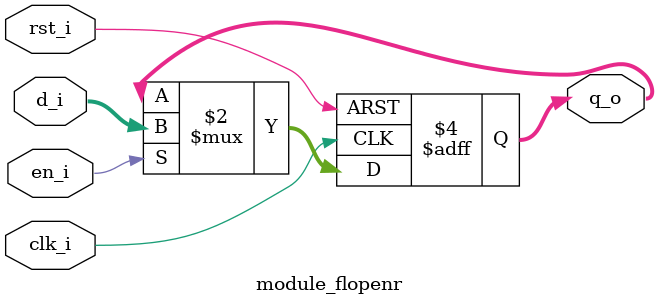
<source format=sv>
module module_flopenr #(parameter WIDTH = 8)(
    
    input   logic                       clk_i,
    input   logic                       rst_i,
    input   logic                       en_i,
    input   logic   [WIDTH - 1 : 0]     d_i,
    output  logic   [WIDTH - 1 : 0]     q_o
                 
    );
    
    always_ff @(posedge clk_i, posedge rst_i) begin 
        
        if(rst_i)   q_o <= 0;
        else if(en_i) q_o <= d_i;
        
    end
    
endmodule          
</source>
